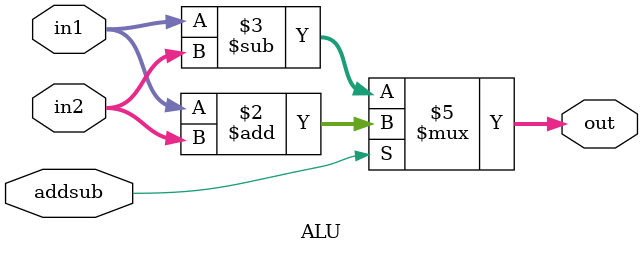
<source format=v>

module ALU(
    out,
    in1,
    in2,
    addsub
);

parameter N = 8;

input [N-1:0] in1,in2;
input addsub;

output [N-1:0] out;

always @(*)
begin
    if (addsub)
        out = in1+in2;
    else
        out = in1-in2;    
end

endmodule
</source>
